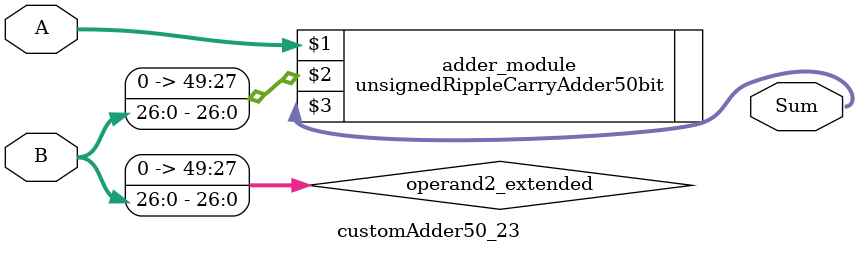
<source format=v>
module customAdder50_23(
                        input [49 : 0] A,
                        input [26 : 0] B,
                        
                        output [50 : 0] Sum
                );

        wire [49 : 0] operand2_extended;
        
        assign operand2_extended =  {23'b0, B};
        
        unsignedRippleCarryAdder50bit adder_module(
            A,
            operand2_extended,
            Sum
        );
        
        endmodule
        
</source>
